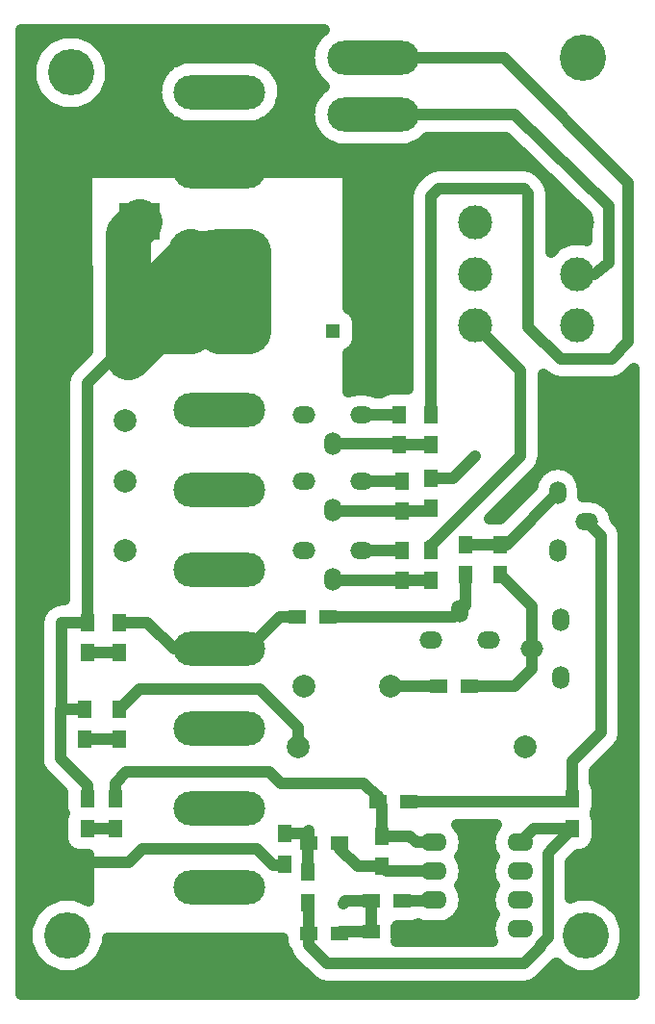
<source format=gbr>
G04 #@! TF.FileFunction,Copper,L1,Top,Signal*
%FSLAX46Y46*%
G04 Gerber Fmt 4.6, Leading zero omitted, Abs format (unit mm)*
G04 Created by KiCad (PCBNEW 4.0.6) date Monday, 23 August 2021 'PMt' 16:23:02*
%MOMM*%
%LPD*%
G01*
G04 APERTURE LIST*
%ADD10C,0.100000*%
%ADD11C,4.064000*%
%ADD12R,1.500000X1.250000*%
%ADD13C,1.300000*%
%ADD14R,1.300000X1.300000*%
%ADD15R,3.600000X3.200000*%
%ADD16R,1.300000X1.500000*%
%ADD17C,1.998980*%
%ADD18O,1.998980X1.501140*%
%ADD19O,1.501140X1.998980*%
%ADD20R,1.500000X1.300000*%
%ADD21O,2.300000X1.600000*%
%ADD22O,8.000000X3.000000*%
%ADD23C,3.000000*%
%ADD24C,1.000000*%
%ADD25C,1.000000*%
%ADD26C,4.000000*%
G04 APERTURE END LIST*
D10*
D11*
X6000000Y82700000D03*
X51100000Y84000000D03*
X5700000Y6800000D03*
D12*
X34950000Y7100000D03*
X32450000Y7100000D03*
D13*
X32600000Y60000000D03*
D14*
X29100000Y60000000D03*
D15*
X12070000Y69578000D03*
X3870000Y69578000D03*
D16*
X7208000Y26732000D03*
X7208000Y24032000D03*
X7462000Y18858000D03*
X7462000Y16158000D03*
X7462000Y34352000D03*
X7462000Y31652000D03*
D17*
X34132000Y28684000D03*
X26512000Y28684000D03*
D18*
X46578000Y31986000D03*
D19*
X49118000Y29446000D03*
X49118000Y34526000D03*
X29052000Y50020000D03*
D18*
X31592000Y52560000D03*
X26512000Y52560000D03*
D19*
X29052000Y38082000D03*
D18*
X31592000Y40622000D03*
X26512000Y40622000D03*
D19*
X29052000Y44178000D03*
D18*
X31592000Y46718000D03*
X26512000Y46718000D03*
X51404000Y43162000D03*
D19*
X48864000Y45702000D03*
X48864000Y40622000D03*
X40228000Y35288000D03*
D18*
X37688000Y32748000D03*
X42768000Y32748000D03*
D16*
X26900000Y9650000D03*
X26900000Y12350000D03*
X24800000Y15750000D03*
X24800000Y13050000D03*
X43784000Y41210000D03*
X43784000Y38510000D03*
D20*
X35150000Y9800000D03*
X32450000Y9800000D03*
X29650000Y14900000D03*
X26950000Y14900000D03*
X41070000Y28684000D03*
X38370000Y28684000D03*
D17*
X26004000Y23350000D03*
X46004000Y23350000D03*
D16*
X37688000Y52640000D03*
X37688000Y49940000D03*
X37688000Y40702000D03*
X37688000Y38002000D03*
X37688000Y47052000D03*
X37688000Y44352000D03*
X10256000Y24032000D03*
X10256000Y26732000D03*
X33370000Y15556000D03*
X33370000Y12856000D03*
X34894000Y49940000D03*
X34894000Y52640000D03*
X35148000Y38002000D03*
X35148000Y40702000D03*
X35148000Y44098000D03*
X35148000Y46798000D03*
X9900000Y18850000D03*
X9900000Y16150000D03*
D20*
X33036000Y18524000D03*
X35736000Y18524000D03*
D16*
X50134000Y18858000D03*
X50134000Y16158000D03*
X10256000Y31652000D03*
X10256000Y34352000D03*
D20*
X28624000Y34780000D03*
X25924000Y34780000D03*
D16*
X40736000Y38510000D03*
X40736000Y41210000D03*
D21*
X37942000Y14968000D03*
X37942000Y12428000D03*
X37942000Y9888000D03*
X37942000Y7348000D03*
X45562000Y7348000D03*
X45562000Y9888000D03*
X45562000Y12428000D03*
X45562000Y14968000D03*
D17*
X3398000Y62720000D03*
X11018000Y62720000D03*
X3144000Y46718000D03*
X10764000Y46718000D03*
X3144000Y40622000D03*
X10764000Y40622000D03*
X3144000Y52052000D03*
X10764000Y52052000D03*
X3398000Y57640000D03*
X11018000Y57640000D03*
D22*
X19100000Y25000000D03*
D23*
X16560000Y25000000D03*
X21640000Y25000000D03*
D22*
X19100000Y18000000D03*
D23*
X16560000Y18000000D03*
X21640000Y18000000D03*
D22*
X19100000Y32000000D03*
D23*
X16560000Y32000000D03*
X21640000Y32000000D03*
D22*
X19100000Y11000000D03*
D23*
X16560000Y11000000D03*
X21640000Y11000000D03*
D22*
X19100000Y67000000D03*
D23*
X16560000Y67000000D03*
X21640000Y67000000D03*
D22*
X19100000Y81000000D03*
D23*
X21640000Y81000000D03*
X16560000Y81000000D03*
D22*
X19100000Y74000000D03*
D23*
X16560000Y74000000D03*
X21640000Y74000000D03*
D22*
X32600000Y84000000D03*
D23*
X30060000Y84000000D03*
X35140000Y84000000D03*
D22*
X32600000Y79000000D03*
D23*
X30060000Y79000000D03*
X35140000Y79000000D03*
D22*
X19100000Y60000000D03*
D23*
X16560000Y60000000D03*
X21640000Y60000000D03*
D22*
X19100000Y53000000D03*
D23*
X16560000Y53000000D03*
X21640000Y53000000D03*
D22*
X19100000Y46000000D03*
D23*
X16560000Y46000000D03*
X21640000Y46000000D03*
D22*
X19100000Y39000000D03*
D23*
X21640000Y39000000D03*
X16560000Y39000000D03*
X41600000Y60500000D03*
X41600000Y65000000D03*
X41600000Y69500000D03*
X50600000Y69500000D03*
X50600000Y65000000D03*
X50600000Y60500000D03*
D20*
X26950000Y7000000D03*
X29650000Y7000000D03*
D11*
X51300000Y6800000D03*
D24*
X30000000Y9600000D03*
X41600000Y49000000D03*
D25*
X50600000Y69500000D02*
X50600000Y70600000D01*
X50600000Y70600000D02*
X44900000Y76300000D01*
X44900000Y76300000D02*
X38400000Y76300000D01*
X38400000Y76300000D02*
X36100000Y74000000D01*
X36100000Y74000000D02*
X19100000Y74000000D01*
X24800000Y13050000D02*
X24550000Y13050000D01*
X24550000Y13050000D02*
X24500000Y13000000D01*
X24500000Y13000000D02*
X23800000Y13000000D01*
X23800000Y13000000D02*
X22400000Y14400000D01*
X22400000Y14400000D02*
X12300000Y14400000D01*
X12300000Y14400000D02*
X11090000Y13190000D01*
X11090000Y13190000D02*
X6446000Y13190000D01*
X3144000Y16492000D02*
X3144000Y40622000D01*
X3144000Y16492000D02*
X6446000Y13190000D01*
X34950000Y7100000D02*
X37694000Y7100000D01*
X37694000Y7100000D02*
X37942000Y7348000D01*
D26*
X3398000Y62720000D02*
X3398000Y69106000D01*
D25*
X3398000Y69106000D02*
X3870000Y69578000D01*
X30200000Y9800000D02*
X32450000Y9800000D01*
X30000000Y9600000D02*
X30200000Y9800000D01*
X32450000Y7100000D02*
X29750000Y7100000D01*
X29750000Y7100000D02*
X29650000Y7000000D01*
X32450000Y7100000D02*
X32450000Y9800000D01*
D26*
X19100000Y67000000D02*
X19100000Y60000000D01*
X19100000Y67000000D02*
X21640000Y67000000D01*
X19100000Y60000000D02*
X21640000Y60000000D01*
X11018000Y62720000D02*
X11018000Y68526000D01*
X11018000Y68526000D02*
X12070000Y69578000D01*
X11018000Y62720000D02*
X12620000Y62720000D01*
X12620000Y62720000D02*
X16560000Y66660000D01*
X16560000Y66660000D02*
X19100000Y67000000D01*
D25*
X47340000Y5940000D02*
X47340000Y5740000D01*
X26950000Y5950000D02*
X28600000Y4300000D01*
X28600000Y4300000D02*
X41333324Y4300000D01*
X47340000Y5940000D02*
X48000000Y6600000D01*
X48000000Y6600000D02*
X48000000Y14024000D01*
X48000000Y14024000D02*
X48356000Y14380000D01*
X50134000Y16158000D02*
X48356000Y14380000D01*
X26950000Y5950000D02*
X26950000Y7000000D01*
X45900000Y4300000D02*
X41333324Y4300000D01*
X47340000Y5740000D02*
X45900000Y4300000D01*
X26950000Y7000000D02*
X26950000Y9600000D01*
X26950000Y9600000D02*
X26900000Y9650000D01*
X7462000Y18858000D02*
X7462000Y20038000D01*
X5096000Y22404000D02*
X5096000Y26732000D01*
X7462000Y20038000D02*
X5096000Y22404000D01*
X11018000Y57640000D02*
X9740000Y57640000D01*
X7462000Y55362000D02*
X7462000Y34352000D01*
X9740000Y57640000D02*
X7462000Y55362000D01*
D26*
X16560000Y60000000D02*
X13378000Y60000000D01*
X13378000Y60000000D02*
X11018000Y57640000D01*
X21640000Y67000000D02*
X21640000Y60000000D01*
X16560000Y60000000D02*
X16560000Y67000000D01*
X11018000Y62720000D02*
X11018000Y57640000D01*
D25*
X7208000Y26732000D02*
X5096000Y26732000D01*
X5096000Y26732000D02*
X5176000Y26812000D01*
X5176000Y26812000D02*
X5176000Y34272000D01*
X5176000Y34272000D02*
X5256000Y34352000D01*
X5256000Y34352000D02*
X7462000Y34352000D01*
X31592000Y52560000D02*
X34814000Y52560000D01*
X34814000Y52560000D02*
X34894000Y52640000D01*
X31592000Y46718000D02*
X35068000Y46718000D01*
X35068000Y46718000D02*
X35148000Y46798000D01*
X31592000Y40622000D02*
X35068000Y40622000D01*
X35068000Y40622000D02*
X35148000Y40702000D01*
X43784000Y41210000D02*
X44372000Y41210000D01*
X44372000Y41210000D02*
X48864000Y45702000D01*
X40736000Y41210000D02*
X43784000Y41210000D01*
X50134000Y16158000D02*
X46752000Y16158000D01*
X46752000Y16158000D02*
X45562000Y14968000D01*
X10256000Y24032000D02*
X7208000Y24032000D01*
X9900000Y16150000D02*
X7470000Y16150000D01*
X7470000Y16150000D02*
X7462000Y16158000D01*
X10256000Y31652000D02*
X7462000Y31652000D01*
X26004000Y23350000D02*
X26004000Y25096000D01*
X12024000Y28500000D02*
X10256000Y26732000D01*
X22600000Y28500000D02*
X12024000Y28500000D01*
X26004000Y25096000D02*
X22600000Y28500000D01*
X34132000Y28684000D02*
X38370000Y28684000D01*
X37688000Y40702000D02*
X37688000Y41088000D01*
X37688000Y41088000D02*
X45600000Y49000000D01*
X45600000Y56500000D02*
X41600000Y60500000D01*
X45600000Y49000000D02*
X45600000Y56500000D01*
X37688000Y40702000D02*
X37688000Y41130000D01*
X37688000Y47052000D02*
X39652000Y47052000D01*
X39652000Y47052000D02*
X41600000Y49000000D01*
X16560000Y32000000D02*
X15100000Y32000000D01*
X15100000Y32000000D02*
X12748000Y34352000D01*
X12748000Y34352000D02*
X10256000Y34352000D01*
X25924000Y34780000D02*
X24420000Y34780000D01*
X24420000Y34780000D02*
X21640000Y32000000D01*
X10430000Y34526000D02*
X10256000Y34352000D01*
X46578000Y31986000D02*
X46578000Y35716000D01*
X46578000Y35716000D02*
X43784000Y38510000D01*
X41070000Y28684000D02*
X45054000Y28684000D01*
X46578000Y30208000D02*
X46578000Y31986000D01*
X45054000Y28684000D02*
X46578000Y30208000D01*
X34894000Y49940000D02*
X37688000Y49940000D01*
X29052000Y50020000D02*
X34814000Y50020000D01*
X34814000Y50020000D02*
X34894000Y49940000D01*
X35148000Y38002000D02*
X37688000Y38002000D01*
X35148000Y38002000D02*
X29132000Y38002000D01*
X29132000Y38002000D02*
X29052000Y38082000D01*
X35148000Y44098000D02*
X29132000Y44098000D01*
X29132000Y44098000D02*
X29052000Y44178000D01*
X35148000Y44098000D02*
X37434000Y44098000D01*
X37434000Y44098000D02*
X37688000Y44352000D01*
X50134000Y18858000D02*
X50134000Y22080000D01*
X52674000Y41892000D02*
X51404000Y43162000D01*
X52674000Y24620000D02*
X52674000Y41892000D01*
X50134000Y22080000D02*
X52674000Y24620000D01*
X35736000Y18524000D02*
X49800000Y18524000D01*
X49800000Y18524000D02*
X50134000Y18858000D01*
X40736000Y38510000D02*
X40736000Y35796000D01*
X40736000Y35796000D02*
X40228000Y35288000D01*
X28624000Y34780000D02*
X39720000Y34780000D01*
X39720000Y34780000D02*
X40228000Y35288000D01*
X26950000Y14900000D02*
X26950000Y16050000D01*
X26650000Y15750000D02*
X24800000Y15750000D01*
X26950000Y16050000D02*
X26650000Y15750000D01*
X26900000Y12350000D02*
X26900000Y14850000D01*
X26900000Y14850000D02*
X26950000Y14900000D01*
X35150000Y9800000D02*
X37854000Y9800000D01*
X37854000Y9800000D02*
X37942000Y9888000D01*
X29650000Y14900000D02*
X29650000Y14450000D01*
X29650000Y14450000D02*
X31244000Y12856000D01*
X31244000Y12856000D02*
X33370000Y12856000D01*
X37942000Y12428000D02*
X33798000Y12428000D01*
X33798000Y12428000D02*
X33370000Y12856000D01*
X35140000Y79000000D02*
X45100000Y79000000D01*
X52100000Y65000000D02*
X50600000Y65000000D01*
X53400000Y66000000D02*
X52100000Y65000000D01*
X53400000Y71000000D02*
X53400000Y66000000D01*
X45100000Y79000000D02*
X53400000Y71000000D01*
X37688000Y60300000D02*
X37688000Y71812000D01*
X53600000Y57500000D02*
X55100000Y59000000D01*
X55100000Y59000000D02*
X55100000Y73000000D01*
X55100000Y73000000D02*
X44100000Y84000000D01*
X44100000Y84000000D02*
X35140000Y84000000D01*
X52600000Y57500000D02*
X49100000Y57500000D01*
X52600000Y57500000D02*
X53600000Y57500000D01*
X46300000Y60300000D02*
X49100000Y57500000D01*
X46300000Y72100000D02*
X46300000Y60300000D01*
X45900002Y72499998D02*
X46300000Y72100000D01*
X38375998Y72499998D02*
X45900002Y72499998D01*
X37688000Y71812000D02*
X38375998Y72499998D01*
X37688000Y52640000D02*
X37688000Y60300000D01*
X37688000Y60300000D02*
X37688000Y60588000D01*
X33036000Y18524000D02*
X33036000Y18964000D01*
X33036000Y18964000D02*
X31800000Y20200000D01*
X9900000Y20200000D02*
X9900000Y18850000D01*
X10900000Y21200000D02*
X9900000Y20200000D01*
X23500000Y21200000D02*
X10900000Y21200000D01*
X24500000Y20200000D02*
X23500000Y21200000D01*
X31800000Y20200000D02*
X24500000Y20200000D01*
X33036000Y18524000D02*
X33036000Y19112000D01*
X33370000Y15556000D02*
X33370000Y18190000D01*
X33370000Y18190000D02*
X33036000Y18524000D01*
X37942000Y14968000D02*
X36418000Y14968000D01*
X35830000Y15556000D02*
X33370000Y15556000D01*
X36418000Y14968000D02*
X35830000Y15556000D01*
G36*
X28075824Y86258227D02*
X27870929Y86121320D01*
X27735218Y85918215D01*
X27518207Y85701582D01*
X27399581Y85415898D01*
X27220610Y85148050D01*
X27158313Y84834862D01*
X27060522Y84599355D01*
X27060298Y84342104D01*
X26992249Y84000000D01*
X27059703Y83660883D01*
X27059481Y83405881D01*
X27157718Y83168129D01*
X27220610Y82851950D01*
X27398146Y82586249D01*
X27515241Y82302857D01*
X27733783Y82083933D01*
X27870929Y81878680D01*
X28074389Y81742732D01*
X28317358Y81499339D01*
X28075824Y81258227D01*
X27870929Y81121320D01*
X27735218Y80918215D01*
X27518207Y80701582D01*
X27399581Y80415898D01*
X27220610Y80148050D01*
X27158313Y79834862D01*
X27060522Y79599355D01*
X27060298Y79342104D01*
X26992249Y79000000D01*
X27059703Y78660883D01*
X27059481Y78405881D01*
X27157718Y78168129D01*
X27220610Y77851950D01*
X27398146Y77586249D01*
X27515241Y77302857D01*
X27733783Y77083933D01*
X27870929Y76878680D01*
X28074389Y76742732D01*
X28358418Y76458207D01*
X28732980Y76302675D01*
X28844199Y76228361D01*
X28974244Y76202493D01*
X29460645Y76000522D01*
X29991955Y76000059D01*
X29992249Y76000000D01*
X30059102Y76000000D01*
X30654119Y75999481D01*
X30655375Y76000000D01*
X35139102Y76000000D01*
X35734119Y75999481D01*
X36225160Y76202375D01*
X36355801Y76228361D01*
X36465585Y76301716D01*
X36837143Y76455241D01*
X37124176Y76741773D01*
X37329071Y76878680D01*
X37410135Y77000000D01*
X44293052Y77000000D01*
X51400000Y70149929D01*
X51400000Y67916163D01*
X51199355Y67999478D01*
X50005881Y68000519D01*
X48902857Y67544759D01*
X48300000Y66942953D01*
X48300000Y72099995D01*
X48300001Y72100000D01*
X48147759Y72865366D01*
X48147759Y72865367D01*
X47714214Y73514214D01*
X47714211Y73514216D01*
X47314216Y73914212D01*
X46665369Y74347757D01*
X45900002Y74499999D01*
X45899997Y74499998D01*
X38376003Y74499998D01*
X38375998Y74499999D01*
X37610631Y74347757D01*
X36961784Y73914212D01*
X36961782Y73914209D01*
X36273786Y73226214D01*
X35840241Y72577367D01*
X35687999Y71812000D01*
X35688000Y71811995D01*
X35688000Y54890225D01*
X35544000Y54919386D01*
X34244000Y54919386D01*
X33688133Y54814793D01*
X33292174Y54560000D01*
X32869759Y54560000D01*
X32751144Y54639256D01*
X31889888Y54810570D01*
X31294112Y54810570D01*
X30456497Y54643958D01*
X30446341Y58015600D01*
X30816396Y58253724D01*
X31158892Y58754983D01*
X31279386Y59350000D01*
X31279386Y60650000D01*
X31174793Y61205867D01*
X30846276Y61716396D01*
X30434346Y61997856D01*
X30399998Y73401506D01*
X30365805Y73581729D01*
X30258404Y73748635D01*
X30094528Y73860607D01*
X29900000Y73900000D01*
X7900000Y73900000D01*
X7716869Y73865256D01*
X7550287Y73757352D01*
X7438809Y73593140D01*
X7400002Y73398494D01*
X7445858Y58174285D01*
X6047786Y56776214D01*
X5614241Y56127367D01*
X5461999Y55362000D01*
X5462000Y55361995D01*
X5462000Y36352000D01*
X5256005Y36352000D01*
X5256000Y36352001D01*
X4490633Y36199759D01*
X3841786Y35766214D01*
X3761786Y35686214D01*
X3328241Y35037367D01*
X3175999Y34272000D01*
X3176000Y34271995D01*
X3176000Y27134189D01*
X3095999Y26732000D01*
X3096000Y26731995D01*
X3096000Y22404005D01*
X3095999Y22404000D01*
X3248241Y21638633D01*
X3681786Y20989786D01*
X5282614Y19388959D01*
X5282614Y18108000D01*
X5387207Y17552133D01*
X5411196Y17514854D01*
X5403108Y17503017D01*
X5282614Y16908000D01*
X5282614Y15408000D01*
X5387207Y14852133D01*
X5715724Y14341604D01*
X6216983Y13999108D01*
X6812000Y13878614D01*
X7579279Y13878614D01*
X7591446Y9838996D01*
X6405640Y10331386D01*
X5000524Y10332612D01*
X3701896Y9796030D01*
X2707462Y8803330D01*
X2168614Y7505640D01*
X2167388Y6100524D01*
X2703970Y4801896D01*
X3696670Y3807462D01*
X4994360Y3268614D01*
X6399476Y3267388D01*
X7698104Y3803970D01*
X8692538Y4796670D01*
X9231386Y6094360D01*
X9231740Y6500000D01*
X24670614Y6500000D01*
X24670614Y6350000D01*
X24775207Y5794133D01*
X25073082Y5331222D01*
X25102241Y5184633D01*
X25535786Y4535786D01*
X27185784Y2885789D01*
X27185786Y2885786D01*
X27834633Y2452241D01*
X28600000Y2300000D01*
X45899995Y2300000D01*
X45900000Y2299999D01*
X46665367Y2452241D01*
X47314214Y2885786D01*
X48754211Y4325784D01*
X48754214Y4325786D01*
X48764252Y4340810D01*
X49296670Y3807462D01*
X50594360Y3268614D01*
X51999476Y3267388D01*
X53298104Y3803970D01*
X54292538Y4796670D01*
X54831386Y6094360D01*
X54832612Y7499476D01*
X54296030Y8798104D01*
X53303330Y9792538D01*
X52005640Y10331386D01*
X50600524Y10332612D01*
X50000000Y10084481D01*
X50000000Y13195572D01*
X50683041Y13878614D01*
X50784000Y13878614D01*
X51339867Y13983207D01*
X51850396Y14311724D01*
X52192892Y14812983D01*
X52313386Y15408000D01*
X52313386Y16908000D01*
X52208793Y17463867D01*
X52184804Y17501146D01*
X52192892Y17512983D01*
X52313386Y18108000D01*
X52313386Y19608000D01*
X52208793Y20163867D01*
X52134000Y20280098D01*
X52134000Y21251572D01*
X54088211Y23205784D01*
X54088214Y23205786D01*
X54521759Y23854633D01*
X54674000Y24620000D01*
X54674000Y41892000D01*
X54521759Y42657367D01*
X54088214Y43306214D01*
X54088211Y43306216D01*
X53882941Y43511486D01*
X53781144Y44023256D01*
X53293281Y44753393D01*
X52563144Y45241256D01*
X51701888Y45412570D01*
X51114570Y45412570D01*
X51114570Y45999888D01*
X50943256Y46861144D01*
X50455393Y47591281D01*
X49725256Y48079144D01*
X48864000Y48250458D01*
X48002744Y48079144D01*
X47272607Y47591281D01*
X46784744Y46861144D01*
X46682947Y46349374D01*
X43822958Y43489386D01*
X43134000Y43489386D01*
X42867707Y43439280D01*
X47014211Y47585784D01*
X47014214Y47585786D01*
X47447759Y48234633D01*
X47480059Y48397017D01*
X47600001Y49000000D01*
X47600000Y49000005D01*
X47600000Y56171572D01*
X47685786Y56085786D01*
X48334633Y55652241D01*
X49100000Y55499999D01*
X49100005Y55500000D01*
X53599995Y55500000D01*
X53600000Y55499999D01*
X54365367Y55652241D01*
X55014214Y56085786D01*
X55550000Y56621572D01*
X55550000Y1650000D01*
X1650000Y1650000D01*
X1650000Y82000524D01*
X2467388Y82000524D01*
X3003970Y80701896D01*
X3996670Y79707462D01*
X5294360Y79168614D01*
X6699476Y79167388D01*
X7998104Y79703970D01*
X8992538Y80696670D01*
X9118491Y81000000D01*
X13492249Y81000000D01*
X13559703Y80660883D01*
X13559481Y80405881D01*
X13657718Y80168129D01*
X13720610Y79851950D01*
X13898146Y79586249D01*
X14015241Y79302857D01*
X14233783Y79083933D01*
X14370929Y78878680D01*
X14574389Y78742732D01*
X14858418Y78458207D01*
X15232980Y78302675D01*
X15344199Y78228361D01*
X15474244Y78202493D01*
X15960645Y78000522D01*
X16491955Y78000059D01*
X16492249Y78000000D01*
X16559102Y78000000D01*
X17154119Y77999481D01*
X17155375Y78000000D01*
X21639102Y78000000D01*
X22234119Y77999481D01*
X22725160Y78202375D01*
X22855801Y78228361D01*
X22965585Y78301716D01*
X23337143Y78455241D01*
X23624176Y78741773D01*
X23829071Y78878680D01*
X23964782Y79081785D01*
X24181793Y79298418D01*
X24300419Y79584102D01*
X24479390Y79851950D01*
X24541687Y80165138D01*
X24639478Y80400645D01*
X24639702Y80657896D01*
X24707751Y81000000D01*
X24640297Y81339117D01*
X24640519Y81594119D01*
X24542282Y81831871D01*
X24479390Y82148050D01*
X24301854Y82413751D01*
X24184759Y82697143D01*
X23966217Y82916067D01*
X23829071Y83121320D01*
X23625611Y83257268D01*
X23341582Y83541793D01*
X22967020Y83697325D01*
X22855801Y83771639D01*
X22725756Y83797507D01*
X22239355Y83999478D01*
X21708045Y83999941D01*
X21707751Y84000000D01*
X21640898Y84000000D01*
X21045881Y84000519D01*
X21044625Y84000000D01*
X16560898Y84000000D01*
X15965881Y84000519D01*
X15474840Y83797625D01*
X15344199Y83771639D01*
X15234415Y83698284D01*
X14862857Y83544759D01*
X14575824Y83258227D01*
X14370929Y83121320D01*
X14235218Y82918215D01*
X14018207Y82701582D01*
X13899581Y82415898D01*
X13720610Y82148050D01*
X13658313Y81834862D01*
X13560522Y81599355D01*
X13560298Y81342104D01*
X13492249Y81000000D01*
X9118491Y81000000D01*
X9531386Y81994360D01*
X9532612Y83399476D01*
X8996030Y84698104D01*
X8003330Y85692538D01*
X6705640Y86231386D01*
X5300524Y86232612D01*
X4001896Y85696030D01*
X3007462Y84703330D01*
X2468614Y83405640D01*
X2467388Y82000524D01*
X1650000Y82000524D01*
X1650000Y86450000D01*
X28267932Y86450000D01*
X28075824Y86258227D01*
X28075824Y86258227D01*
G37*
X28075824Y86258227D02*
X27870929Y86121320D01*
X27735218Y85918215D01*
X27518207Y85701582D01*
X27399581Y85415898D01*
X27220610Y85148050D01*
X27158313Y84834862D01*
X27060522Y84599355D01*
X27060298Y84342104D01*
X26992249Y84000000D01*
X27059703Y83660883D01*
X27059481Y83405881D01*
X27157718Y83168129D01*
X27220610Y82851950D01*
X27398146Y82586249D01*
X27515241Y82302857D01*
X27733783Y82083933D01*
X27870929Y81878680D01*
X28074389Y81742732D01*
X28317358Y81499339D01*
X28075824Y81258227D01*
X27870929Y81121320D01*
X27735218Y80918215D01*
X27518207Y80701582D01*
X27399581Y80415898D01*
X27220610Y80148050D01*
X27158313Y79834862D01*
X27060522Y79599355D01*
X27060298Y79342104D01*
X26992249Y79000000D01*
X27059703Y78660883D01*
X27059481Y78405881D01*
X27157718Y78168129D01*
X27220610Y77851950D01*
X27398146Y77586249D01*
X27515241Y77302857D01*
X27733783Y77083933D01*
X27870929Y76878680D01*
X28074389Y76742732D01*
X28358418Y76458207D01*
X28732980Y76302675D01*
X28844199Y76228361D01*
X28974244Y76202493D01*
X29460645Y76000522D01*
X29991955Y76000059D01*
X29992249Y76000000D01*
X30059102Y76000000D01*
X30654119Y75999481D01*
X30655375Y76000000D01*
X35139102Y76000000D01*
X35734119Y75999481D01*
X36225160Y76202375D01*
X36355801Y76228361D01*
X36465585Y76301716D01*
X36837143Y76455241D01*
X37124176Y76741773D01*
X37329071Y76878680D01*
X37410135Y77000000D01*
X44293052Y77000000D01*
X51400000Y70149929D01*
X51400000Y67916163D01*
X51199355Y67999478D01*
X50005881Y68000519D01*
X48902857Y67544759D01*
X48300000Y66942953D01*
X48300000Y72099995D01*
X48300001Y72100000D01*
X48147759Y72865366D01*
X48147759Y72865367D01*
X47714214Y73514214D01*
X47714211Y73514216D01*
X47314216Y73914212D01*
X46665369Y74347757D01*
X45900002Y74499999D01*
X45899997Y74499998D01*
X38376003Y74499998D01*
X38375998Y74499999D01*
X37610631Y74347757D01*
X36961784Y73914212D01*
X36961782Y73914209D01*
X36273786Y73226214D01*
X35840241Y72577367D01*
X35687999Y71812000D01*
X35688000Y71811995D01*
X35688000Y54890225D01*
X35544000Y54919386D01*
X34244000Y54919386D01*
X33688133Y54814793D01*
X33292174Y54560000D01*
X32869759Y54560000D01*
X32751144Y54639256D01*
X31889888Y54810570D01*
X31294112Y54810570D01*
X30456497Y54643958D01*
X30446341Y58015600D01*
X30816396Y58253724D01*
X31158892Y58754983D01*
X31279386Y59350000D01*
X31279386Y60650000D01*
X31174793Y61205867D01*
X30846276Y61716396D01*
X30434346Y61997856D01*
X30399998Y73401506D01*
X30365805Y73581729D01*
X30258404Y73748635D01*
X30094528Y73860607D01*
X29900000Y73900000D01*
X7900000Y73900000D01*
X7716869Y73865256D01*
X7550287Y73757352D01*
X7438809Y73593140D01*
X7400002Y73398494D01*
X7445858Y58174285D01*
X6047786Y56776214D01*
X5614241Y56127367D01*
X5461999Y55362000D01*
X5462000Y55361995D01*
X5462000Y36352000D01*
X5256005Y36352000D01*
X5256000Y36352001D01*
X4490633Y36199759D01*
X3841786Y35766214D01*
X3761786Y35686214D01*
X3328241Y35037367D01*
X3175999Y34272000D01*
X3176000Y34271995D01*
X3176000Y27134189D01*
X3095999Y26732000D01*
X3096000Y26731995D01*
X3096000Y22404005D01*
X3095999Y22404000D01*
X3248241Y21638633D01*
X3681786Y20989786D01*
X5282614Y19388959D01*
X5282614Y18108000D01*
X5387207Y17552133D01*
X5411196Y17514854D01*
X5403108Y17503017D01*
X5282614Y16908000D01*
X5282614Y15408000D01*
X5387207Y14852133D01*
X5715724Y14341604D01*
X6216983Y13999108D01*
X6812000Y13878614D01*
X7579279Y13878614D01*
X7591446Y9838996D01*
X6405640Y10331386D01*
X5000524Y10332612D01*
X3701896Y9796030D01*
X2707462Y8803330D01*
X2168614Y7505640D01*
X2167388Y6100524D01*
X2703970Y4801896D01*
X3696670Y3807462D01*
X4994360Y3268614D01*
X6399476Y3267388D01*
X7698104Y3803970D01*
X8692538Y4796670D01*
X9231386Y6094360D01*
X9231740Y6500000D01*
X24670614Y6500000D01*
X24670614Y6350000D01*
X24775207Y5794133D01*
X25073082Y5331222D01*
X25102241Y5184633D01*
X25535786Y4535786D01*
X27185784Y2885789D01*
X27185786Y2885786D01*
X27834633Y2452241D01*
X28600000Y2300000D01*
X45899995Y2300000D01*
X45900000Y2299999D01*
X46665367Y2452241D01*
X47314214Y2885786D01*
X48754211Y4325784D01*
X48754214Y4325786D01*
X48764252Y4340810D01*
X49296670Y3807462D01*
X50594360Y3268614D01*
X51999476Y3267388D01*
X53298104Y3803970D01*
X54292538Y4796670D01*
X54831386Y6094360D01*
X54832612Y7499476D01*
X54296030Y8798104D01*
X53303330Y9792538D01*
X52005640Y10331386D01*
X50600524Y10332612D01*
X50000000Y10084481D01*
X50000000Y13195572D01*
X50683041Y13878614D01*
X50784000Y13878614D01*
X51339867Y13983207D01*
X51850396Y14311724D01*
X52192892Y14812983D01*
X52313386Y15408000D01*
X52313386Y16908000D01*
X52208793Y17463867D01*
X52184804Y17501146D01*
X52192892Y17512983D01*
X52313386Y18108000D01*
X52313386Y19608000D01*
X52208793Y20163867D01*
X52134000Y20280098D01*
X52134000Y21251572D01*
X54088211Y23205784D01*
X54088214Y23205786D01*
X54521759Y23854633D01*
X54674000Y24620000D01*
X54674000Y41892000D01*
X54521759Y42657367D01*
X54088214Y43306214D01*
X54088211Y43306216D01*
X53882941Y43511486D01*
X53781144Y44023256D01*
X53293281Y44753393D01*
X52563144Y45241256D01*
X51701888Y45412570D01*
X51114570Y45412570D01*
X51114570Y45999888D01*
X50943256Y46861144D01*
X50455393Y47591281D01*
X49725256Y48079144D01*
X48864000Y48250458D01*
X48002744Y48079144D01*
X47272607Y47591281D01*
X46784744Y46861144D01*
X46682947Y46349374D01*
X43822958Y43489386D01*
X43134000Y43489386D01*
X42867707Y43439280D01*
X47014211Y47585784D01*
X47014214Y47585786D01*
X47447759Y48234633D01*
X47480059Y48397017D01*
X47600001Y49000000D01*
X47600000Y49000005D01*
X47600000Y56171572D01*
X47685786Y56085786D01*
X48334633Y55652241D01*
X49100000Y55499999D01*
X49100005Y55500000D01*
X53599995Y55500000D01*
X53600000Y55499999D01*
X54365367Y55652241D01*
X55014214Y56085786D01*
X55550000Y56621572D01*
X55550000Y1650000D01*
X1650000Y1650000D01*
X1650000Y82000524D01*
X2467388Y82000524D01*
X3003970Y80701896D01*
X3996670Y79707462D01*
X5294360Y79168614D01*
X6699476Y79167388D01*
X7998104Y79703970D01*
X8992538Y80696670D01*
X9118491Y81000000D01*
X13492249Y81000000D01*
X13559703Y80660883D01*
X13559481Y80405881D01*
X13657718Y80168129D01*
X13720610Y79851950D01*
X13898146Y79586249D01*
X14015241Y79302857D01*
X14233783Y79083933D01*
X14370929Y78878680D01*
X14574389Y78742732D01*
X14858418Y78458207D01*
X15232980Y78302675D01*
X15344199Y78228361D01*
X15474244Y78202493D01*
X15960645Y78000522D01*
X16491955Y78000059D01*
X16492249Y78000000D01*
X16559102Y78000000D01*
X17154119Y77999481D01*
X17155375Y78000000D01*
X21639102Y78000000D01*
X22234119Y77999481D01*
X22725160Y78202375D01*
X22855801Y78228361D01*
X22965585Y78301716D01*
X23337143Y78455241D01*
X23624176Y78741773D01*
X23829071Y78878680D01*
X23964782Y79081785D01*
X24181793Y79298418D01*
X24300419Y79584102D01*
X24479390Y79851950D01*
X24541687Y80165138D01*
X24639478Y80400645D01*
X24639702Y80657896D01*
X24707751Y81000000D01*
X24640297Y81339117D01*
X24640519Y81594119D01*
X24542282Y81831871D01*
X24479390Y82148050D01*
X24301854Y82413751D01*
X24184759Y82697143D01*
X23966217Y82916067D01*
X23829071Y83121320D01*
X23625611Y83257268D01*
X23341582Y83541793D01*
X22967020Y83697325D01*
X22855801Y83771639D01*
X22725756Y83797507D01*
X22239355Y83999478D01*
X21708045Y83999941D01*
X21707751Y84000000D01*
X21640898Y84000000D01*
X21045881Y84000519D01*
X21044625Y84000000D01*
X16560898Y84000000D01*
X15965881Y84000519D01*
X15474840Y83797625D01*
X15344199Y83771639D01*
X15234415Y83698284D01*
X14862857Y83544759D01*
X14575824Y83258227D01*
X14370929Y83121320D01*
X14235218Y82918215D01*
X14018207Y82701582D01*
X13899581Y82415898D01*
X13720610Y82148050D01*
X13658313Y81834862D01*
X13560522Y81599355D01*
X13560298Y81342104D01*
X13492249Y81000000D01*
X9118491Y81000000D01*
X9531386Y81994360D01*
X9532612Y83399476D01*
X8996030Y84698104D01*
X8003330Y85692538D01*
X6705640Y86231386D01*
X5300524Y86232612D01*
X4001896Y85696030D01*
X3007462Y84703330D01*
X2468614Y83405640D01*
X2467388Y82000524D01*
X1650000Y82000524D01*
X1650000Y86450000D01*
X28267932Y86450000D01*
X28075824Y86258227D01*
G36*
X43035160Y15848172D02*
X42860083Y14968000D01*
X43035160Y14087828D01*
X43295634Y13698000D01*
X43035160Y13308172D01*
X42860083Y12428000D01*
X43035160Y11547828D01*
X43295634Y11158000D01*
X43035160Y10768172D01*
X42860083Y9888000D01*
X43035160Y9007828D01*
X43295634Y8618000D01*
X43035160Y8228172D01*
X42860083Y7348000D01*
X43035160Y6467828D01*
X43147299Y6300000D01*
X34693948Y6300000D01*
X34729386Y6475000D01*
X34729386Y7620614D01*
X35900000Y7620614D01*
X36455867Y7725207D01*
X36572098Y7800000D01*
X36604652Y7800000D01*
X36659911Y7763077D01*
X37540083Y7588000D01*
X38343917Y7588000D01*
X39224089Y7763077D01*
X39970263Y8261654D01*
X40468840Y9007828D01*
X40643917Y9888000D01*
X40468840Y10768172D01*
X40208366Y11158000D01*
X40468840Y11547828D01*
X40643917Y12428000D01*
X40468840Y13308172D01*
X40208366Y13698000D01*
X40468840Y14087828D01*
X40643917Y14968000D01*
X40468840Y15848172D01*
X40017267Y16524000D01*
X43486733Y16524000D01*
X43035160Y15848172D01*
X43035160Y15848172D01*
G37*
X43035160Y15848172D02*
X42860083Y14968000D01*
X43035160Y14087828D01*
X43295634Y13698000D01*
X43035160Y13308172D01*
X42860083Y12428000D01*
X43035160Y11547828D01*
X43295634Y11158000D01*
X43035160Y10768172D01*
X42860083Y9888000D01*
X43035160Y9007828D01*
X43295634Y8618000D01*
X43035160Y8228172D01*
X42860083Y7348000D01*
X43035160Y6467828D01*
X43147299Y6300000D01*
X34693948Y6300000D01*
X34729386Y6475000D01*
X34729386Y7620614D01*
X35900000Y7620614D01*
X36455867Y7725207D01*
X36572098Y7800000D01*
X36604652Y7800000D01*
X36659911Y7763077D01*
X37540083Y7588000D01*
X38343917Y7588000D01*
X39224089Y7763077D01*
X39970263Y8261654D01*
X40468840Y9007828D01*
X40643917Y9888000D01*
X40468840Y10768172D01*
X40208366Y11158000D01*
X40468840Y11547828D01*
X40643917Y12428000D01*
X40468840Y13308172D01*
X40208366Y13698000D01*
X40468840Y14087828D01*
X40643917Y14968000D01*
X40468840Y15848172D01*
X40017267Y16524000D01*
X43486733Y16524000D01*
X43035160Y15848172D01*
M02*

</source>
